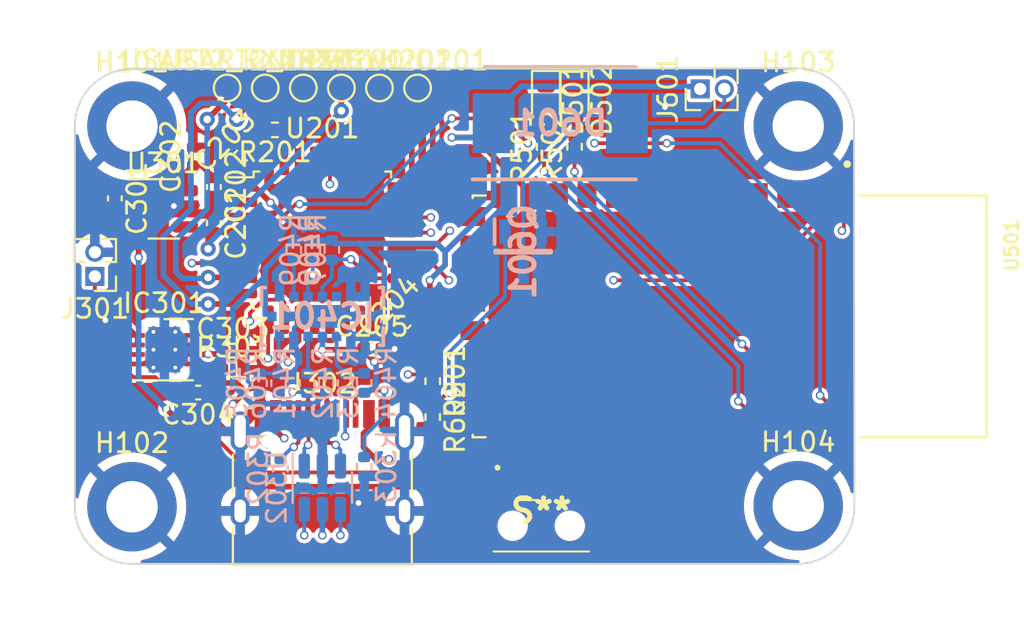
<source format=kicad_pcb>
(kicad_pcb (version 20221018) (generator pcbnew)
  (layers (0 "F.Cu" signal) (1 "In1.Cu" signal) (2 "In2.Cu" signal) (31 "B.Cu" signal) (34 "B.Paste" user) (35 "F.Paste" user) (36 "B.SilkS" user "B.Silkscreen") (37 "F.SilkS" user "F.Silkscreen") (38 "B.Mask" user) (39 "F.Mask" user) (44 "Edge.Cuts" user))
  (net 0 "")
  (net 1 "GND")
  (net 2 "Net-(U201-PG10)")
  (net 3 "+3.3V")
  (net 4 "+5V")
  (net 5 "+BATT")
  (net 6 "Net-(D501-A)")
  (net 7 "Net-(D502-A)")
  (net 8 "Net-(D601-A)")
  (net 9 "/POWER/BAT")
  (net 11 "Net-(IC301-PROG)")
  (net 14 "Net-(IC401-I2C_RST_1)")
  (net 15 "Net-(IC401-INT)")
  (net 16 "Net-(IC401-LPN)")
  (net 18 "Net-(IC401-RSVD6)")
  (net 19 "/SENSORS/I2C3_SDA")
  (net 20 "/SENSORS/I2C3_SCL")
  (net 22 "Net-(J302-CC1)")
  (net 23 "Net-(J302-D+-PadA6)")
  (net 24 "Net-(J302-D--PadA7)")
  (net 26 "Net-(J302-CC2)")
  (net 28 "Net-(Q601-G)")
  (net 29 "Net-(U201-PB8)")
  (net 30 "/SENSORS/TOF_INT")
  (net 31 "/SENSORS/TOF_LPn")
  (net 32 "/SENSORS/TOF_I2C_RST")
  (net 33 "/BLUETOOTH/LED_1")
  (net 34 "/BLUETOOTH/LED_2")
  (net 35 "/MOTOR/PWM")
  (net 36 "Net-(U201-PA14)")
  (net 37 "Net-(U201-PA13)")
  (net 40 "/BLUETOOTH/KEY")
  (net 41 "Net-(U201-PA2)")
  (net 42 "Net-(U201-PA3)")
  (net 45 "/BLUETOOTH/USART1_RX")
  (net 46 "/BLUETOOTH/USART1_TX")
  (net 47 "/POWER/USB_DM")
  (net 48 "/POWER/USB_DP")
  (footprint "TestPoint:TestPoint_Pad_D1.0mm" (layer "F.Cu") (at 65 48)
    (fp_text reference "SWDIO201")
    (fp_text value "TestPoint")
  )
  (footprint "Capacitor_SMD:C_0402_1005Metric" (layer "F.Cu") (at 62.6 61.7)
    (fp_text reference "C205")
    (fp_text value "100n")
  )
  (footprint "Connector_USB:USB_C_Receptacle_HRO_TYPE-C-31-M-12" (layer "F.Cu") (at 60 69.17)
    (fp_text reference "J302")
    (fp_text value "USB_C_Receptacle_USB2.0")
  )
  (footprint "Connector_PinHeader_1.27mm:PinHeader_1x02_P1.27mm_Vertical" (layer "F.Cu") (at 48.05 57.9 180)
    (fp_text reference "J301")
    (fp_text value "BATT")
  )
  (footprint "Capacitor_SMD:C_0402_1005Metric" (layer "F.Cu") (at 53.2 51.6 90)
    (fp_text reference "C302")
    (fp_text value "1u")
  )
  (footprint "Package_TO_SOT_SMD:SOT-23-5" (layer "F.Cu") (at 51.6625 54.35)
    (fp_text reference "U301")
    (fp_text value "BU33SD5WG-TR")
  )
  (footprint "Resistor_SMD:R_0402_1005Metric" (layer "F.Cu") (at 55.3 62.8)
    (fp_text reference "R301")
    (fp_text value "1.65k")
  )
  (footprint "TestPoint:TestPoint_Pad_D1.0mm" (layer "F.Cu") (at 59 48)
    (fp_text reference "GND201")
    (fp_text value "TestPoint")
  )
  (footprint "mod:XCVR_HC-05" (layer "F.Cu") (at 81.075 60 -90)
    (fp_text reference "U501")
    (fp_text value "HC-05")
  )
  (footprint "TestPoint:TestPoint_Pad_D1.0mm" (layer "F.Cu") (at 57 48)
    (fp_text reference "USART2_TX201")
    (fp_text value "TestPoint")
  )
  (footprint "MountingHole:MountingHole_2.7mm_M2.5_DIN965_Pad" (layer "F.Cu") (at 50 50)
    (fp_text reference "H101")
    (fp_text value "MountingHole_Pad")
  )
  (footprint "Connector_PinHeader_1.27mm:PinHeader_1x02_P1.27mm_Vertical" (layer "F.Cu") (at 79.85 48.05 90)
    (fp_text reference "J601")
    (fp_text value "Conn_01x02")
  )
  (footprint "Capacitor_SMD:C_0402_1005Metric" (layer "F.Cu") (at 54.3 53.2 -90)
    (fp_text reference "C202")
    (fp_text value "4.7u")
  )
  (footprint "Resistor_SMD:R_0402_1005Metric" (layer "F.Cu") (at 65.8 63.4 -90)
    (fp_text reference "R601")
    (fp_text value "22")
  )
  (footprint "Resistor_SMD:R_0402_1005Metric" (layer "F.Cu") (at 73.25 51.0875 90)
    (fp_text reference "R502")
    (fp_text value "820")
  )
  (footprint "mod:450404015514" (layer "F.Cu") (at 71.5 71 180)
    (fp_text reference "S**")
    (fp_text value "450404015514" hide)
  )
  (footprint "Capacitor_SMD:C_0402_1005Metric" (layer "F.Cu") (at 64.3 60.3 45)
    (fp_text reference "C204")
    (fp_text value "100n")
  )
  (footprint "MountingHole:MountingHole_2.7mm_M2.5_DIN965_Pad" (layer "F.Cu") (at 85 69.95)
    (fp_text reference "H104")
    (fp_text value "MountingHole_Pad")
  )
  (footprint "LED_SMD:LED_0603_1608Metric" (layer "F.Cu") (at 71.75 48.5875 -90)
    (fp_text reference "D501")
    (fp_text value "LED")
  )
  (footprint "Package_QFP:LQFP-32_7x7mm_P0.8mm" (layer "F.Cu") (at 60 56)
    (fp_text reference "U201")
    (fp_text value "STM32G431KBTx")
  )
  (footprint "Capacitor_SMD:C_0402_1005Metric" (layer "F.Cu") (at 53.48 64 180)
    (fp_text reference "C304")
    (fp_text value "220n")
  )
  (footprint "TestPoint:TestPoint_Pad_D1.0mm" (layer "F.Cu") (at 63 48)
    (fp_text reference "SWCLK201")
    (fp_text value "TestPoint")
  )
  (footprint "Resistor_SMD:R_0402_1005Metric" (layer "F.Cu") (at 65.8 65.29 -90)
    (fp_text reference "R602")
    (fp_text value "10k")
  )
  (footprint "Package_DFN_QFN:DFN-8-1EP_3x3mm_P0.5mm_EP1.65x2.38mm_ThermalVias" (layer "F.Cu") (at 51.7 61.75)
    (fp_text reference "IC301")
    (fp_text value "LTC4058EDD-4.2#PBF")
  )
  (footprint "Resistor_SMD:R_0402_1005Metric" (layer "F.Cu") (at 71.65 51.0875 90)
    (fp_text reference "R501")
    (fp_text value "820")
  )
  (footprint "Capacitor_SMD:C_0402_1005Metric" (layer "F.Cu") (at 55.3 61.8)
    (fp_text reference "C303")
    (fp_text value "1u")
  )
  (footprint "Capacitor_SMD:C_0402_1005Metric" (layer "F.Cu") (at 55.7 51.62 45)
    (fp_text reference "C203")
    (fp_text value "100n")
  )
  (footprint "Capacitor_SMD:C_0402_1005Metric" (layer "F.Cu") (at 49.1 53.8 -90)
    (fp_text reference "C301")
    (fp_text value "1u")
  )
  (footprint "Capacitor_SMD:C_0402_1005Metric" (layer "F.Cu") (at 54.3 55.1 -90)
    (fp_text reference "C201")
    (fp_text value "100n")
  )
  (footprint "LED_SMD:LED_0603_1608Metric" (layer "F.Cu") (at 73.25 48.5875 -90)
    (fp_text reference "D502")
    (fp_text value "LED")
  )
  (footprint "MountingHole:MountingHole_2.7mm_M2.5_DIN965_Pad" (layer "F.Cu") (at 50 70)
    (fp_text reference "H102")
    (fp_text value "MountingHole_Pad")
  )
  (footprint "TestPoint:TestPoint_Pad_D1.0mm" (layer "F.Cu") (at 55 48)
    (fp_text reference "USART2_RX201")
    (fp_text value "TestPoint")
  )
  (footprint "Resistor_SMD:R_0402_1005Metric" (layer "F.Cu") (at 57.51 50.2 180)
    (fp_text reference "R201")
    (fp_text value "10k")
  )
  (footprint "TestPoint:TestPoint_Pad_D1.0mm" (layer "F.Cu") (at 61 48)
    (fp_text reference "NRST201")
    (fp_text value "TestPoint")
  )
  (footprint "MountingHole:MountingHole_2.7mm_M2.5_DIN965_Pad" (layer "F.Cu") (at 85 50)
    (fp_text reference "H103")
    (fp_text value "MountingHole_Pad")
  )
  (footprint "Resistor_SMD:R_0402_1005Metric" (layer "B.Cu") (at 60.5 56.51 -90)
    (fp_text reference "R408")
    (fp_text value "10k")
  )
  (footprint "Resistor_SMD:R_0402_1005Metric" (layer "B.Cu") (at 59.5 56.5 -90)
    (fp_text reference "R409")
    (fp_text value "10k")
  )
  (footprint "Resistor_SMD:R_0402_1005Metric" (layer "B.Cu") (at 62.2 63.5 90)
    (fp_text reference "R404")
    (fp_text value "47k")
  )
  (footprint "Resistor_SMD:R_0402_1005Metric" (layer "B.Cu") (at 61.2 63.5 -90)
    (fp_text reference "R402")
    (fp_text value "1k")
  )
  (footprint "Resistor_SMD:R_0402_1005Metric" (layer "B.Cu") (at 57.8 68 -90)
    (fp_text reference "R302")
    (fp_text value "5.1k")
  )
  (footprint "Resistor_SMD:R_0402_1005Metric" (layer "B.Cu") (at 56.7 63.51 -90)
    (fp_text reference "R405")
    (fp_text value "1k")
  )
  (footprint "Resistor_SMD:R_0402_1005Metric" (layer "B.Cu") (at 57.7 63.51 -90)
    (fp_text reference "R406")
    (fp_text value "47k")
  )
  (footprint "mod:DIOM7959X262N" (layer "B.Cu") (at 72.5 49.85)
    (fp_text reference "D601")
    (fp_text value "VS-30BQ015HM3_9AT" hide)
  )
  (footprint "Resistor_SMD:R_0402_1005Metric" (layer "B.Cu") (at 58.5 56.5 90)
    (fp_text reference "R407")
    (fp_text value "47k")
  )
  (footprint "Resistor_SMD:R_0402_1005Metric" (layer "B.Cu") (at 62.2 67.9 90)
    (fp_text reference "R303")
    (fp_text value "5.1k")
  )
  (footprint "mod:SOT95P237X112-3N" (layer "B.Cu") (at 70.55 56.6 -90)
    (fp_text reference "Q601")
    (fp_text value "SQ2310ES-T1" hide)
  )
  (footprint "mod:VL53L5CX" (layer "B.Cu") (at 60 60 180)
    (fp_text reference "IC401")
    (fp_text value "VL53L5CX" hide)
  )
  (footprint "Package_TO_SOT_SMD:SOT-23-6" (layer "B.Cu") (at 60 69 -90)
    (fp_text reference "U302")
    (fp_text value "WE-TVS-82400102")
  )
  (footprint "Resistor_SMD:R_0402_1005Metric" (layer "B.Cu") (at 59.2 63.51 -90)
    (fp_text reference "R401")
    (fp_text value "1k")
  )
  (footprint "Resistor_SMD:R_0402_1005Metric" (layer "B.Cu") (at 60.2 63.49 90)
    (fp_text reference "R403")
    (fp_text value "47k")
  )
  (gr_arc (start 50 73) (mid 47.87868 72.12132) (end 47 70) (stroke (width 0.1)) (layer "Edge.Cuts"))
  (gr_arc (start 47 50) (mid 47.87868 47.87868) (end 50 47) (stroke (width 0.1)) (layer "Edge.Cuts"))
  (gr_line (start 87.931725 49.978673) (end 87.95 70) (stroke (width 0.1)) (layer "Edge.Cuts"))
  (gr_arc (start 87.95 70) (mid 87.07132 72.12132) (end 84.95 73) (stroke (width 0.1)) (layer "Edge.Cuts"))
  (gr_arc (start 84.921327 46.968275) (mid 87.05 47.85) (end 87.931725 49.978673) (stroke (width 0.1)) (layer "Edge.Cuts"))
  (gr_line (start 50 47) (end 84.921327 46.968275) (stroke (width 0.1)) (layer "Edge.Cuts"))
  (gr_line (start 47 70) (end 47 50) (stroke (width 0.1)) (layer "Edge.Cuts"))
  (gr_line (start 84.95 73) (end 50 73) (stroke (width 0.1)) (layer "Edge.Cuts"))
  (segment (start 56.595 65.125) (end 55.68 66.04) (width 0.2) (layer "F.Cu") (net 1))
  (segment (start 53 64) (end 55.04 66.04) (width 0.2) (layer "F.Cu") (net 1))
  (segment (start 56.75 65.125) (end 56.595 65.125) (width 0.2) (layer "F.Cu") (net 1))
  (segment (start 55.04 66.04) (end 55.68 66.04) (width 0.2) (layer "F.Cu") (net 1))
  (via (at 63.8 61.7) (size 0.45) (drill 0.3) (layers "F.Cu" "B.Cu") (net 1))
  (via (at 52.2 54.2) (size 0.45) (drill 0.3) (layers "F.Cu" "B.Cu") (net 1))
  (via (at 48.6 60.2) (size 0.45) (drill 0.3) (layers "F.Cu" "B.Cu") (net 1))
  (via (at 78 49) (size 0.45) (drill 0.3) (layers "F.Cu" "B.Cu") (net 1))
  (via (at 61.9 69.8) (size 0.45) (drill 0.3) (layers "F.Cu" "B.Cu") (net 1))
  (segment (start 58.675 62.625) (end 58.675 61.675) (width 0.2) (layer "B.Cu") (net 1))
  (segment (start 57.7 64.02) (end 58.27 63.45) (width 0.2) (layer "B.Cu") (net 1))
  (segment (start 58.27 63.03) (end 58.675 62.625) (width 0.2) (layer "B.Cu") (net 1))
  (segment (start 60.7 60) (end 61.5 60.8) (width 0.2) (layer "B.Cu") (net 1))
  (segment (start 60.9 60) (end 60 60) (width 0.2) (layer "B.Cu") (net 1))
  (segment (start 61.5 59.4) (end 60.9 60) (width 0.2) (layer "B.Cu") (net 1))
  (segment (start 59.1 60) (end 60 60) (width 0.2) (layer "B.Cu") (net 1))
  (segment (start 61.5 60.8) (end 61.5 61.05) (width 0.2) (layer "B.Cu") (net 1))
  (segment (start 58.5 61.05) (end 58.5 60.6) (width 0.2) (layer "B.Cu") (net 1))
  (segment (start 58.675 61.675) (end 58.5 61.5) (width 0.2) (layer "B.Cu") (net 1))
  (segment (start 60 60) (end 60.7 60) (width 0.2) (layer "B.Cu") (net 1))
  (segment (start 58.5 61.5) (end 58.5 61.05) (width 0.2) (layer "B.Cu") (net 1))
  (segment (start 58.5 60.6) (end 59.1 60) (width 0.2) (layer "B.Cu") (net 1))
  (segment (start 58.27 63.45) (end 58.27 63.03) (width 0.2) (layer "B.Cu") (net 1))
  (segment (start 61.5 58.95) (end 61.5 59.4) (width 0.2) (layer "B.Cu") (net 1))
  (segment (start 54 55.88) (end 54.3 55.58) (width 0.3) (layer "F.Cu") (net 2))
  (segment (start 54 56.45) (end 54 55.88) (width 0.3) (layer "F.Cu") (net 2))
  (segment (start 55.805 55.58) (end 55.825 55.6) (width 0.3) (layer "F.Cu") (net 2))
  (segment (start 54.3 55.58) (end 55.805 55.58) (width 0.3) (layer "F.Cu") (net 2))
  (segment (start 61 48) (end 61 49.2) (width 0.3) (layer "F.Cu") (net 2))
  (via (at 54 56.45) (size 0.8) (drill 0.4) (layers "F.Cu" "B.Cu") (net 2))
  (via (at 61 49.2) (size 0.8) (drill 0.4) (layers "F.Cu" "B.Cu") (net 2))
  (segment (start 61 49.2) (end 54 56.2) (width 0.3) (layer "B.Cu") (net 2))
  (segment (start 54 56.2) (end 54 56.45) (width 0.3) (layer "B.Cu") (net 2))
  (segment (start 62.12 60.295) (end 62 60.175) (width 0.3) (layer "F.Cu") (net 3))
  (segment (start 57.273376 54.026624) (end 56.446751 53.2) (width 0.3) (layer "F.Cu") (net 3))
  (segment (start 64.175 58.8) (end 65.35 58.8) (width 0.3) (layer "F.Cu") (net 3))
  (segment (start 62.737035 62.36) (end 62.723975 62.37306) (width 0.3) (layer "F.Cu") (net 3))
  (segment (start 55.825 53.2) (end 55.825 52.423822) (width 0.3) (layer "F.Cu") (net 3))
  (segment (start 53.2 52.08) (end 53.66 52.08) (width 0.3) (layer "F.Cu") (net 3))
  (segment (start 52.8 52.48) (end 53.2 52.08) (width 0.3) (layer "F.Cu") (net 3))
  (segment (start 62.723975 62.37306) (end 62.723975 62.39153) (width 0.3) (layer "F.Cu") (net 3))
  (segment (start 56.446751 53.2) (end 55.825 53.2) (width 0.3) (layer "F.Cu") (net 3))
  (segment (start 65.6495 58.5005) (end 65.6495 58.1) (width 0.3) (layer "F.Cu") (net 3))
  (segment (start 54.6 52.72) (end 55.360589 51.959411) (width 0.3) (layer "F.Cu") (net 3))
  (segment (start 70.9 53.5) (end 68 50.6) (width 0.3) (layer "F.Cu") (net 3))
  (segment (start 62.737035 62.36) (end 64.44 62.36) (width 0.3) (layer "F.Cu") (net 3))
  (segment (start 70.9 53.65) (end 70.9 53.5) (width 0.3) (layer "F.Cu") (net 3))
  (segment (start 63.960589 60.639411) (end 64.771178 61.45) (width 0.3) (layer "F.Cu") (net 3))
  (segment (start 60 61.75) (end 62.07 61.75) (width 0.3) (layer "F.Cu") (net 3))
  (segment (start 52.8 53.4) (end 52.8 52.48) (width 0.3) (layer "F.Cu") (net 3))
  (segment (start 65.35 58.8) (end 65.6495 58.5005) (width 0.3) (layer "F.Cu") (net 3))
  (segment (start 54.3 52.72) (end 54.6 52.72) (width 0.3) (layer "F.Cu") (net 3))
  (segment (start 62.07 61.75) (end 62.12 61.7) (width 0.3) (layer "F.Cu") (net 3))
  (segment (start 68 50.6) (end 66.8 50.6) (width 0.3) (layer "F.Cu") (net 3))
  (segment (start 64.44 62.36) (end 65.35 61.45) (width 0.3) (layer "F.Cu") (net 3))
  (segment (start 53.66 52.08) (end 54.3 52.72) (width 0.3) (layer "F.Cu") (net 3))
  (segment (start 62.12 61.7) (end 62.12 61.742965) (width 0.3) (layer "F.Cu") (net 3))
  (segment (start 65.35 61.45) (end 65.35 58.8) (width 0.3) (layer "F.Cu") (net 3))
  (segment (start 62.12 61.742965) (end 62.737035 62.36) (width 0.3) (layer "F.Cu") (net 3))
  (segment (start 64.771178 61.45) (end 65.35 61.45) (width 0.3) (layer "F.Cu") (net 3))
  (segment (start 62.12 61.7) (end 62.12 60.295) (width 0.3) (layer "F.Cu") (net 3))
  (segment (start 55.825 52.423822) (end 55.360589 51.959411) (width 0.3) (layer "F.Cu") (net 3))
  (via (at 65.6495 58.1) (size 0.45) (drill 0.3) (layers "F.Cu" "B.Cu") (net 3))
  (via (at 60 61.75) (size 0.45) (drill 0.3) (layers "F.Cu" "B.Cu") (net 3))
  (via (at 57.273376 54.026624) (size 0.45) (drill 0.3) (layers "F.Cu" "B.Cu") (net 3))
  (via (at 66.8 50.6) (size 0.45) (drill 0.3) (layers "F.Cu" "B.Cu") (net 3))
  (via (at 62.723975 62.39153) (size 0.45) (drill 0.3) (layers "F.Cu" "B.Cu") (net 3))
  (segment (start 57 59.9) (end 57.25 59.9) (width 0.3) (layer "B.Cu") (net 3))
  (segment (start 62.82 62.487555) (end 62.723975 62.39153) (width 0.3) (layer "B.Cu") (net 3))
  (segment (start 58.5 55.99) (end 57 57.49) (width 0.3) (layer "B.Cu") (net 3))
  (segment (start 66.45 57.2995) (end 66.45 56.6) (width 0.3) (layer "B.Cu") (net 3))
  (segment (start 60.675 56.175) (end 61.95 56.175) (width 0.3) (layer "B.Cu") (net 3))
  (segment (start 69 54.05) (end 66.45 56.6) (width 0.3) (layer "B.Cu") (net 3))
  (segment (start 63.25 59.8) (end 63.25 57.475) (width 0.3) (layer "B.Cu") (net 3))
  (segment (start 56.29 64.59) (end 55.3 63.6) (width 0.3) (layer "B.Cu") (net 3))
  (segment (start 79.725 47.925) (end 79.85 48.05) (width 0.3) (layer "B.Cu") (net 3))
  (segment (start 62.397537 64.01) (end 62.82 63.587537) (width 0.3) (layer "B.Cu") (net 3))
  (segment (start 57 57.49) (end 57 59.9) (width 0.3) (layer "B.Cu") (net 3))
  (segment (start 59.61 64.59) (end 56.29 64.59) (width 0.3) (layer "B.Cu") (net 3))
  (segment (start 62.82 63.587537) (end 62.82 62.487555) (width 0.3) (layer "B.Cu") (net 3))
  (segment (start 69 49.375) (end 70.45 47.925) (width 0.3) (layer "B.Cu") (net 3))
  (segment (start 60.5 56) (end 60.675 56.175) (width 0.3) (layer "B.Cu") (net 3))
  (segment (start 58.5 55.99) (end 59.5 55.99) (width 0.3) (layer "B.Cu") (net 3))
  (segment (start 63.25 57.475) (end 61.95 56.175) (width 0.3) (layer "B.Cu") (net 3))
  (segment (start 57.25 59.9) (end 57.35 60) (width 0.3) (layer "B.Cu") (net 3))
  (segment (start 59.51 56) (end 59.5 55.99) (width 0.5) (layer "B.Cu") (net 3))
  (segment (start 62.65 60) (end 62.85 59.8) (width 0.3) (layer "B.Cu") (net 3))
  (segment (start 60.2 64) (end 60.2 64.03) (width 0.3) (layer "B.Cu") (net 3))
  (segment (start 61.95 56.175) (end 66.025 56.175) (width 0.3) (layer "B.Cu") (net 3))
  (segment (start 60.49 55.99) (end 60.5 56) (width 0.3) (layer "B.Cu") (net 3))
  (segment (start 66.8 50.6) (end 68.25 50.6) (width 0.3) (layer "B.Cu") (net 3))
  (segment (start 69 49.85) (end 69 49.375) (width 0.3) (layer "B.Cu") (net 3))
  (segment (start 57.273376 54.026624) (end 58.5 55.253248) (width 0.3) (layer "B.Cu") (net 3))
  (segment (start 60 61.05) (end 60 61.75) (width 0.3) (layer "B.Cu") (net 3))
  (segment (start 70.45 47.925) (end 79.725 47.925) (width 0.3) (layer "B.Cu") (net 3))
  (segment (start 57 57.9) (end 57 57.49) (width 0.3) (layer "B.Cu") (net 3))
  (segment (start 55.3 63.6) (end 55.3 59.6) (width 0.3) (layer "B.Cu") (net 3))
  (segment (start 60.2 64) (end 59.61 64.59) (width 0.3) (layer "B.Cu") (net 3))
  (segment (start 58.5 55.253248) (end 58.5 55.99) (width 0.3) (layer "B.Cu") (net 3))
  (segment (start 66.025 56.175) (end 66.45 56.6) (width 0.3) (layer "B.Cu") (net 3))
  (segment (start 59.5 55.99) (end 60.49 55.99) (width 0.3) (layer "B.Cu") (net 3))
  (segment (start 62.2 64.01) (end 62.397537 64.01) (width 0.3) (layer "B.Cu") (net 3))
  (segment (start 60.2 64.03) (end 60.15 64.08) (width 0.3) (layer "B.Cu") (net 3))
  (segment (start 55.3 59.6) (end 57 57.9) (width 0.3) (layer "B.Cu") (net 3))
  (segment (start 68.25 50.6) (end 69 49.85) (width 0.3) (layer "B.Cu") (net 3))
  (segment (start 65.6495 58.1) (end 66.45 57.2995) (width 0.3) (layer "B.Cu") (net 3))
  (segment (start 62.85 59.8) (end 63.25 59.8) (width 0.3) (layer "B.Cu") (net 3))
  (segment (start 69 49.85) (end 69 54.05) (width 0.3) (layer "B.Cu") (net 3))
  (segment (start 55.5 63.5) (end 54.46 63.5) (width 0.3) (layer "F.Cu") (net 4))
  (segment (start 57.55 65.984695) (end 57.965305 66.4) (width 0.3) (layer "F.Cu") (net 4))
  (segment (start 62.45 65.863173) (end 62.165 66.148173) (width 0.3) (layer "F.Cu") (net 4))
  (segment (start 55.76 64.14) (end 55.76 63.76) (width 0.3) (layer "F.Cu") (net 4))
  (segment (start 54.46 63.5) (end 53.96 64) (width 0.3) (layer "F.Cu") (net 4))
  (segment (start 53.15 62) (end 53.9755 62) (width 0.3) (layer "F.Cu") (net 4))
  (segment (start 57.965305 66.4) (end 58 66.4) (width 0.3) (layer "F.Cu") (net 4))
  (segment (start 62.165 66.148173) (end 62.165 66.870305) (width 0.3) (layer "F.Cu") (net 4))
  (segment (start 62.165 66.870305) (end 62.794695 67.5) (width 0.3) (layer "F.Cu") (net 4))
  (segment (start 62.45 65.125) (end 62.45 65.863173) (width 0.3) (layer "F.Cu") (net 4))
  (segment (start 55.76 63.76) (end 55.5 63.5) (width 0.3) (layer "F.Cu") (net 4))
  (segment (start 53.9755 62) (end 54 61.9755) (width 0.3) (layer "F.Cu") (net 4))
  (segment (start 55.76 64.14) (end 55.3 64.6) (width 0.3) (layer "F.Cu") (net 4))
  (segment (start 62.794695 67.5) (end 63.5 67.5) (width 0.3) (layer "F.Cu") (net 4))
  (segment (start 54.6445 61.9755) (end 54.82 61.8) (width 0.3) (layer "F.Cu") (net 4))
  (segment (start 57.55 65.125) (end 57.55 65.984695) (width 0.3) (layer "F.Cu") (net 4))
  (segment (start 54 61.9755) (end 54.6445 61.9755) (width 0.3) (layer "F.Cu") (net 4))
  (via (at 60 71.5) (size 0.45) (drill 0.3) (layers "F.Cu" "B.Cu") (net 4))
  (via (at 55.3 64.6) (size 0.45) (drill 0.3) (layers "F.Cu" "B.Cu") (net 4))
  (via (at 63.5 67.5) (size 0.45) (drill 0.3) (layers "F.Cu" "B.Cu") (net 4))
  (via (at 54 61.9755) (size 0.45) (drill 0.3) (layers "F.Cu" "B.Cu") (net 4))
  (via (at 58 66.4) (size 0.45) (drill 0.3) (layers "F.Cu" "B.Cu") (net 4))
  (segment (start 60 70.1375) (end 60 71.5) (width 0.3) (layer "B.Cu") (net 4))
  (segment (start 51.8 64.85) (end 55.9 68.95) (width 0.3) (layer "F.Cu") (net 5))
  (segment (start 51.1 53.4) (end 50.525 53.4) (width 0.3) (layer "F.Cu") (net 5))
  (segment (start 49.1 53.32) (end 50.445 53.32) (width 0.3) (layer "F.Cu") (net 5))
  (segment (start 50.35 56.9) (end 50.35 55.475) (width 0.3) (layer "F.Cu") (net 5))
  (segment (start 50.525 55.3) (end 50.944607 55.3) (width 0.3) (layer "F.Cu") (net 5))
  (segment (start 50.35 55.475) (end 50.525 55.3) (width 0.3) (layer "F.Cu") (net 5))
  (segment (start 51.5375 53.8375) (end 51.1 53.4) (width 0.3) (layer "F.Cu") (net 5))
  (segment (start 51.5375 54.707107) (end 51.5375 53.8375) (width 0.3) (layer "F.Cu") (net 5))
  (segment (start 50.944607 55.3) (end 51.5375 54.707107) (width 0.3) (layer "F.Cu") (net 5))
  (segment (start 55.9 68.95) (end 69.25 68.95) (width 0.3) (layer "F.Cu") (net 5))
  (segment (start 50.445 53.32) (end 50.525 53.4) (width 0.3) (layer "F.Cu") (net 5))
  (via (at 51.8 64.85) (size 0.45) (drill 0.3) (layers "F.Cu" "B.Cu") (net 5))
  (via (at 50.35 56.9) (size 0.45) (drill 0.3) (layers "F.Cu" "B.Cu") (net 5))
  (segment (start 50.35 63.4) (end 51.8 64.85) (width 0.3) (layer "B.Cu") (net 5))
  (segment (start 50.35 56.9) (end 50.35 63.4) (width 0.3) (layer "B.Cu") (net 5))
  (segment (start 71.65 49.475) (end 71.75 49.375) (width 0.3) (layer "F.Cu") (net 6))
  (segment (start 71.65 50.5775) (end 71.65 49.475) (width 0.3) (layer "F.Cu") (net 6))
  (segment (start 73.25 50.5775) (end 73.25 49.375) (width 0.3) (layer "F.Cu") (net 7))
  (segment (start 80.027106 49.85) (end 81.12 48.757106) (width 0.2) (layer "B.Cu") (net 8))
  (segment (start 70.55 57.65) (end 70.55 52.828248) (width 0.2) (layer "B.Cu") (net 8))
  (segment (start 73.528248 49.85) (end 76 49.85) (width 0.2) (layer "B.Cu") (net 8))
  (segment (start 76 49.85) (end 80.027106 49.85) (width 0.2) (layer "B.Cu") (net 8))
  (segment (start 70.55 52.828248) (end 73.528248 49.85) (width 0.2) (layer "B.Cu") (net 8))
  (segment (start 76 49.85) (end 76 49.871752) (width 0.2) (layer "B.Cu") (net 8))
  (segment (start 81.12 48.757106) (end 81.12 48.05) (width 0.2) (layer "B.Cu") (net 8))
  (segment (start 48.05 58.8) (end 50.25 61) (width 0.2) (layer "F.Cu") (net 9))
  (segment (start 48.05 57.9) (end 48.05 58.8) (width 0.2) (layer "F.Cu") (net 9))
  (segment (start 50.073058 63.19) (end 51.21934 63.19) (width 0.2) (layer "F.Cu") (net 9))
  (segment (start 48.05 61.166942) (end 50.073058 63.19) (width 0.2) (layer "F.Cu") (net 9))
  (segment (start 71.5 68.2) (end 72.25 68.95) (width 0.2) (layer "F.Cu") (net 9))
  (segment (start 48.05 58.8) (end 48.05 61.166942) (width 0.2) (layer "F.Cu") (net 9))
  (segment (start 56.22934 68.2) (end 71.5 68.2) (width 0.2) (layer "F.Cu") (net 9))
  (segment (start 50.25 61) (end 50.25 61.5) (width 0.2) (layer "F.Cu") (net 9))
  (segment (start 51.21934 63.19) (end 56.22934 68.2) (width 0.2) (layer "F.Cu") (net 9))
  (segment (start 54.79 62.71) (end 54.8 62.7) (width 0.3) (layer "F.Cu") (net 11))
  (segment (start 53.15 62.5) (end 54.49 62.5) (width 0.2) (layer "F.Cu") (net 11))
  (segment (start 54.49 62.5) (end 54.79 62.8) (width 0.2) (layer "F.Cu") (net 11))
  (segment (start 54.79 62.8) (end 54.79 62.71) (width 0.3) (layer "F.Cu") (net 11))
  (segment (start 56.7 63) (end 57.7 63) (width 0.2) (layer "B.Cu") (net 14))
  (segment (start 57.7 61.1) (end 57.75 61.1) (width 0.2) (layer "B.Cu") (net 14))
  (segment (start 57.7 63) (end 57.7 61.1) (width 0.2) (layer "B.Cu") (net 14))
  (segment (start 59.25 61.05) (end 59.25 62.95) (width 0.2) (layer "B.Cu") (net 15))
  (segment (start 59.22 62.98) (end 59.2 63) (width 0.2) (layer "B.Cu") (net 15))
  (segment (start 59.25 62.95) (end 59.2 63) (width 0.2) (layer "B.Cu") (net 15))
  (segment (start 60.2 62.98) (end 59.22 62.98) (width 0.2) (layer "B.Cu") (net 15))
  (segment (start 60.75 62.54) (end 60.75 61.05) (width 0.2) (layer "B.Cu") (net 16))
  (segment (start 62.2 62.99) (end 61.2 62.99) (width 0.2) (layer "B.Cu") (net 16))
  (segment (start 61.2 62.99) (end 60.75 62.54) (width 0.2) (layer "B.Cu") (net 16))
  (segment (start 58.5 58.95) (end 58.5 57.01) (width 0.2) (layer "B.Cu") (net 18))
  (segment (start 60.4 51.825) (end 60.4 53.05) (width 0.2) (layer "F.Cu") (net 19))
  (via (at 60.4 53.05) (size 0.45) (drill 0.3) (layers "F.Cu" "B.Cu") (net 19))
  (via (at 59.5 57.85) (size 0.45) (drill 0.3) (layers "F.Cu" "B.Cu") (net 19))
  (segment (start 59.5 57.85) (end 59.25 58.1) (width 0.2) (layer "B.Cu") (net 19))
  (segment (start 59.25 58.1) (end 59.25 58.95) (width 0.2) (layer "B.Cu") (net 19))
  (segment (start 59.5 57.01) (end 59.5 57.85) (width 0.2) (layer "B.Cu") (net 19))
  (segment (start 64.175 58) (end 62.5 58) (width 0.2) (layer "F.Cu") (net 20))
  (segment (start 62.5 58) (end 61.5 57) (width 0.2) (layer "F.Cu") (net 20))
  (via (at 61.5 57) (size 0.45) (drill 0.3) (layers "F.Cu" "B.Cu") (net 20))
  (segment (start 60.52 57) (end 60.5 57.02) (width 0.2) (layer "B.Cu") (net 20))
  (segment (start 60 58.45) (end 60 58.95) (width 0.2) (layer "B.Cu") (net 20))
  (segment (start 60.5 57.95) (end 60 58.45) (width 0.2) (layer "B.Cu") (net 20))
  (segment (start 61.5 57) (end 60.52 57) (width 0.2) (layer "B.Cu") (net 20))
  (segment (start 60.5 57.02) (end 60.5 57.95) (width 0.2) (layer "B.Cu") (net 20))
  (segment (start 58.75 66.61282) (end 58.500422 66.862398) (width 0.2) (layer "F.Cu") (net 22))
  (segment (start 58.75 65.125) (end 58.75 66.61282) (width 0.2) (layer "F.Cu") (net 22))
  (via (at 58.500422 66.862398) (size 0.45) (drill 0.3) (layers "F.Cu" "B.Cu") (net 22))
  (segment (start 58.500422 66.862398) (end 58.427602 66.862398) (width 0.2) (layer "B.Cu") (net 22))
  (segment (start 58.427602 66.862398) (end 57.8 67.49) (width 0.2) (layer "B.Cu") (net 22))
  (segment (start 60.75 65.125) (end 60.75 65.95) (width 0.2) (layer "F.Cu") (net 23))
  (segment (start 59.75 66.1) (end 59.75 65.125) (width 0.2) (layer "F.Cu") (net 23))
  (segment (start 60.3 66.65) (end 59.75 66.1) (width 0.2) (layer "F.Cu") (net 23))
  (segment (start 60.7 66.75) (end 60.6 66.65) (width 0.2) (layer "F.Cu") (net 23))
  (segment (start 60.3 66.4) (end 60.3 66.65) (width 0.2) (layer "F.Cu") (net 23))
  (segment (start 60.75 65.95) (end 60.3 66.4) (width 0.2) (layer "F.Cu") (net 23))
  (segment (start 60.6 66.65) (end 60.3 66.65) (width 0.2) (layer "F.Cu") (net 23))
  (via (at 60.7 66.75) (size 0.45) (drill 0.3) (layers "F.Cu" "B.Cu") (net 23))
  (segment (start 60.95 67.8625) (end 60.95 67) (width 0.2) (layer "B.Cu") (net 23))
  (segment (start 60.95 67) (end 60.7 66.75) (width 0.2) (layer "B.Cu") (net 23))
  (segment (start 59.3 64.1) (end 60.2 64.1) (width 0.2) (layer "F.Cu") (net 24))
  (segment (start 60.25 64.15) (end 60.25 65.125) (width 0.2) (layer "F.Cu") (net 24))
  (segment (start 59.25 66.75) (end 59.275 66.725) (width 0.2) (layer "F.Cu") (net 24))
  (segment (start 59.275 65.15) (end 59.25 65.125) (width 0.2) (layer "F.Cu") (net 24))
  (segment (start 60.2 64.1) (end 60.25 64.15) (width 0.2) (layer "F.Cu") (net 24))
  (segment (start 59.25 64.15) (end 59.3 64.1) (width 0.2) (layer "F.Cu") (net 24))
  (segment (start 59.25 65.125) (end 59.25 64.15) (width 0.2) (layer "F.Cu") (net 24))
  (segment (start 59.275 66.725) (end 59.275 65.15) (width 0.2) (layer "F.Cu") (net 24))
  (via (at 59.25 66.75) (size 0.45) (drill 0.3) (layers "F.Cu" "B.Cu") (net 24))
  (segment (start 59.05 67.8625) (end 59.05 66.95) (width 0.2) (layer "B.Cu") (net 24))
  (segment (start 59.05 66.95) (end 59.25 66.75) (width 0.2) (layer "B.Cu") (net 24))
  (segment (start 62.05 63.9) (end 63.25 63.9) (width 0.2) (layer "F.Cu") (net 26))
  (segment (start 61.75 65.125) (end 61.75 64.2) (width 0.2) (layer "F.Cu") (net 26))
  (segment (start 61.75 64.2) (end 62.05 63.9) (width 0.2) (layer "F.Cu") (net 26))
  (via (at 63.25 63.9) (size 0.45) (drill 0.3) (layers "F.Cu" "B.Cu") (net 26))
  (segment (start 62.2 66.305406) (end 62.2 67.39) (width 0.2) (layer "B.Cu") (net 26))
  (segment (start 63.25 63.9) (end 63.25 65.255406) (width 0.2) (layer "B.Cu") (net 26))
  (segment (start 63.25 65.255406) (end 62.2 66.305406) (width 0.2) (layer "B.Cu") (net 26))
  (segment (start 66.649 64) (end 66.58 64) (width 0.2) (layer "F.Cu") (net 28))
  (segment (start 65.8 64.78) (end 65.8 63.91) (width 0.2) (layer "F.Cu") (net 28))
  (segment (start 66.58 64) (end 65.8 64.78) (width 0.2) (layer "F.Cu") (net 28))
  (via (at 66.649 64) (size 0.45) (drill 0.3) (layers "F.Cu" "B.Cu") (net 28))
  (segment (start 66.649 64) (end 66.649 61.901) (width 0.2) (layer "B.Cu") (net 28))
  (segment (start 69.6 58.95) (end 69.6 55.55) (width 0.2) (layer "B.Cu") (net 28))
  (segment (start 66.649 61.901) (end 69.6 58.95) (width 0.2) (layer "B.Cu") (net 28))
  (segment (start 58.02 51.805) (end 58 51.825) (width 0.3) (layer "F.Cu") (net 29))
  (segment (start 58.02 50.2) (end 58.02 51.805) (width 0.3) (layer "F.Cu") (net 29))
  (segment (start 55.825 57.2) (end 53.15 57.2) (width 0.2) (layer "F.Cu") (net 30))
  (via (at 53.15 57.2) (size 0.45) (drill 0.3) (layers "F.Cu" "B.Cu") (net 30))
  (via (at 58.4445 63.976989) (size 0.45) (drill 0.3) (layers "F.Cu" "B.Cu") (net 30))
  (segment (start 58.4445 63.976989) (end 59.156989 63.976989) (width 0.2) (layer "B.Cu") (net 30))
  (segment (start 59.156989 63.976989) (end 59.2 64.02) (width 0.2) (layer "B.Cu") (net 30))
  (segment (start 57.15 60.225) (end 57.2 60.175) (width 0.2) (layer "F.Cu") (net 31))
  (segment (start 57.15 62.2) (end 57.15 60.225) (width 0.2) (layer "F.Cu") (net 31))
  (via (at 61.2 66.3) (size 0.45) (drill 0.3) (layers "F.Cu" "B.Cu") (net 31))
  (via (at 57.15 62.2) (size 0.45) (drill 0.3) (layers "F.Cu" "B.Cu") (net 31))
  (segment (start 61.2 64.6) (end 61.2 66.3) (width 0.2) (layer "B.Cu") (net 31))
  (segment (start 61.2 64.01) (end 61.2 64.6) (width 0.2) (layer "B.Cu") (net 31))
  (segment (start 56.2 59.823959) (end 56.898959 59.125) (width 0.2) (layer "F.Cu") (net 32))
  (segment (start 58 59.25) (end 58 60.175) (width 0.2) (layer "F.Cu") (net 32))
  (segment (start 56.898959 59.125) (end 57.875 59.125) (width 0.2) (layer "F.Cu") (net 32))
  (segment (start 57.875 59.125) (end 58 59.25) (width 0.2) (layer "F.Cu") (net 32))
  (segment (start 56.2 60.25) (end 56.2 59.823959) (width 0.2) (layer "F.Cu") (net 32))
  (via (at 56.2 60.25) (size 0.45) (drill 0.3) (layers "F.Cu" "B.Cu") (net 32))
  (segment (start 56.7 64.02) (end 56.08 63.4) (width 0.2) (layer "B.Cu") (net 32))
  (segment (start 56.08 60.37) (end 56.2 60.25) (width 0.2) (layer "B.Cu") (net 32))
  (segment (start 56.08 63.4) (end 56.08 60.37) (width 0.2) (layer "B.Cu") (net 32))
  (segment (start 82.9 66.35) (end 82.9 65.5) (width 0.2) (layer "F.Cu") (net 33))
  (segment (start 71.65 52.4) (end 71.65 51.5975) (width 0.2) (layer "F.Cu") (net 33))
  (segment (start 82.9 65.5) (end 81.85 64.45) (width 0.2) (layer "F.Cu") (net 33))
  (via (at 71.65 52.4) (size 0.45) (drill 0.3) (layers "F.Cu" "B.Cu") (net 33))
  (via (at 81.85 64.45) (size 0.45) (drill 0.3) (layers "F.Cu" "B.Cu") (net 33))
  (segment (start 81.85 64.45) (end 81.85 62.6) (width 0.2) (layer "B.Cu") (net 33))
  (segment (start 81.85 62.6) (end 71.65 52.4) (width 0.2) (layer "B.Cu") (net 33))
  (segment (start 84.4 66.35) (end 84.4 63.8) (width 0.2) (layer "F.Cu") (net 34))
  (segment (start 84.4 63.8) (end 82.05 61.45) (width 0.2) (layer "F.Cu") (net 34))
  (segment (start 73.25 52.4) (end 73.25 51.5975) (width 0.2) (layer "F.Cu") (net 34))
  (via (at 73.25 52.4) (size 0.45) (drill 0.3) (layers "F.Cu" "B.Cu") (net 34))
  (via (at 82.05 61.45) (size 0.45) (drill 0.3) (layers "F.Cu" "B.Cu") (net 34))
  (segment (start 82.05 61.45) (end 73.25 52.65) (width 0.2) (layer "B.Cu") (net 34))
  (segment (start 73.25 52.65) (end 73.25 52.4) (width 0.2) (layer "B.Cu") (net 34))
  (segment (start 58.8 61.292463) (end 58.8 60.175) (width 0.2) (layer "F.Cu") (net 35))
  (segment (start 64.5 63.05) (end 65.64 63.05) (width 0.2) (layer "F.Cu") (net 35))
  (segment (start 65.64 63.05) (end 65.8 62.89) (width 0.2) (layer "F.Cu") (net 35))
  (segment (start 58.2 62.4) (end 58.2 61.892463) (width 0.2) (layer "F.Cu") (net 35))
  (segment (start 58.2 61.892463) (end 58.8 61.292463) (width 0.2) (layer "F.Cu") (net 35))
  (via (at 64.5 63.05) (size 0.45) (drill 0.3) (layers "F.Cu" "B.Cu") (net 35))
  (via (at 58.2 62.4) (size 0.45) (drill 0.3) (layers "F.Cu" "B.Cu") (net 35))
  (segment (start 63 48) (end 64.7 49.7) (width 0.3) (layer "F.Cu") (net 36))
  (segment (start 64.7 49.7) (end 64.7 52.675) (width 0.3) (layer "F.Cu") (net 36))
  (segment (start 64.7 52.675) (end 64.175 53.2) (width 0.3) (layer "F.Cu") (net 36))
  (segment (start 65.8 53.5) (end 65.3 54) (width 0.3) (layer "F.Cu") (net 37))
  (segment (start 65.8 48.8) (end 65.8 53.5) (width 0.3) (layer "F.Cu") (net 37))
  (segment (start 65 48) (end 65.8 48.8) (width 0.3) (layer "F.Cu") (net 37))
  (segment (start 65.3 54) (end 64.175 54) (width 0.3) (layer "F.Cu") (net 37))
  (segment (start 87.4 66.35) (end 87.4 65.4) (width 0.2) (layer "F.Cu") (net 40))
  (segment (start 56.30533 56.4) (end 58.60533 54.1) (width 0.2) (layer "F.Cu") (net 40))
  (segment (start 87.4 65.4) (end 86.15 64.15) (width 0.2) (layer "F.Cu") (net 40))
  (segment (start 70.8 50.9) (end 69.5 49.6) (width 0.2) (layer "F.Cu") (net 40))
  (segment (start 78.1 50.9) (end 74.3 50.9) (width 0.2) (layer "F.Cu") (net 40))
  (segment (start 55.825 56.4) (end 56.30533 56.4) (width 0.2) (layer "F.Cu") (net 40))
  (segment (start 69.5 49.6) (end 66.8 49.6) (width 0.2) (layer "F.Cu") (net 40))
  (segment (start 58.60533 54.1) (end 58.8 54.1) (width 0.2) (layer "F.Cu") (net 40))
  (via (at 58.8 54.1) (size 0.45) (drill 0.3) (layers "F.Cu" "B.Cu") (net 40))
  (via (at 86.15 64.15) (size 0.45) (drill 0.3) (layers "F.Cu" "B.Cu") (net 40))
  (via (at 74.3 50.9) (size 0.45) (drill 0.3) (layers "F.Cu" "B.Cu") (net 40))
  (via (at 66.8 49.6) (size 0.45) (drill 0.3) (layers "F.Cu" "B.Cu") (net 40))
  (via (at 70.8 50.9) (size 0.45) (drill 0.3) (layers "F.Cu" "B.Cu") (net 40))
  (via (at 78.1 50.9) (size 0.45) (drill 0.3) (layers "F.Cu" "B.Cu") (net 40))
  (segment (start 62.3 54.1) (end 58.8 54.1) (width 0.2) (layer "B.Cu") (net 40))
  (segment (start 86.15 64.15) (end 86.15 56.17792) (width 0.2) (layer "B.Cu") (net 40))
  (segment (start 80.87208 50.9) (end 78.1 50.9) (width 0.2) (layer "B.Cu") (net 40))
  (segment (start 66.8 49.6) (end 62.3 54.1) (width 0.2) (layer "B.Cu") (net 40))
  (segment (start 86.15 56.17792) (end 80.87208 50.9) (width 0.2) (layer "B.Cu") (net 40))
  (segment (start 55 48.6) (end 53.95 49.65) (width 0.3) (layer "F.Cu") (net 41))
  (segment (start 54 57.95) (end 55.775 57.95) (width 0.3) (layer "F.Cu") (net 41))
  (segment (start 55.775 57.95) (end 55.825 58) (width 0.3) (layer "F.Cu") (net 41))
  (segment (start 55 48) (end 55 48.6) (width 0.3) (layer "F.Cu") (net 41))
  (via (at 53.95 49.65) (size 0.8) (drill 0.4) (layers "F.Cu" "B.Cu") (net 41))
  (via (at 54 57.95) (size 0.8) (drill 0.4) (layers "F.Cu" "B.Cu") (net 41))
  (segment (start 53.95 58) (end 54 57.95) (width 0.3) (layer "B.Cu") (net 41))
  (segment (start 52.3 56) (end 52.3 57.65) (width 0.3) (layer "B.Cu") (net 41))
  (segment (start 52.65 58) (end 53.95 58) (width 0.3) (layer "B.Cu") (net 41))
  (segment (start 53.95 54.35) (end 52.3 56) (width 0.3) (layer "B.Cu") (net 41))
  (segment (start 52.3 57.65) (end 52.65 58) (width 0.3) (layer "B.Cu") (net 41))
  (segment (start 53.95 49.65) (end 53.95 54.35) (width 0.3) (layer "B.Cu") (net 41))
  (segment (start 55.5 49.5) (end 55.5 49.65) (width 0.3) (layer "F.Cu") (net 42))
  (segment (start 54 59.35) (end 55.275 59.35) (width 0.3) (layer "F.Cu") (net 42))
  (segment (start 55.275 59.35) (end 55.825 58.8) (width 0.3) (layer "F.Cu") (net 42))
  (segment (start 57 48) (end 55.5 49.5) (width 0.3) (layer "F.Cu") (net 42))
  (via (at 55.5 49.65) (size 0.8) (drill 0.4) (layers "F.Cu" "B.Cu") (net 42))
  (via (at 54 59.35) (size 0.8) (drill 0.4) (layers "F.Cu" "B.Cu") (net 42))
  (segment (start 53.597918 48.8) (end 53.1 49.297918) (width 0.3) (layer "B.Cu") (net 42))
  (segment (start 51.65 57.85) (end 53.15 59.35) (width 0.3) (layer "B.Cu") (net 42))
  (segment (start 51.65 55.801472) (end 51.65 57.85) (width 0.3) (layer "B.Cu") (net 42))
  (segment (start 53.1 54.351472) (end 51.65 55.801472) (width 0.3) (layer "B.Cu") (net 42))
  (segment (start 53.1 49.297918) (end 53.1 54.351472) (width 0.3) (layer "B.Cu") (net 42))
  (segment (start 53.15 59.35) (end 54 59.35) (width 0.3) (layer "B.Cu") (net 42))
  (segment (start 55.5 49.65) (end 54.65 48.8) (width 0.3) (layer "B.Cu") (net 42))
  (segment (start 54.65 48.8) (end 53.597918 48.8) (width 0.3) (layer "B.Cu") (net 42))
  (segment (start 85.9 55.1) (end 85.9 53.65) (width 0.2) (layer "F.Cu") (net 45))
  (segment (start 82.9 58.1) (end 85.9 55.1) (width 0.2) (layer "F.Cu") (net 45))
  (segment (start 65.749 57.2) (end 66.649 58.1) (width 0.2) (layer "F.Cu") (net 45))
  (segment (start 75.3 58.1) (end 82.9 58.1) (width 0.2) (layer "F.Cu") (net 45))
  (segment (start 64.175 57.2) (end 65.749 57.2) (width 0.2) (layer "F.Cu") (net 45))
  (via (at 75.3 58.1) (size 0.45) (drill 0.3) (layers "F.Cu" "B.Cu") (net 45))
  (via (at 66.649 58.1) (size 0.45) (drill 0.3) (layers "F.Cu" "B.Cu") (net 45))
  (segment (start 87.4 55.4) (end 87.4 53.65) (width 0.2) (layer "F.Cu") (net 46))
  (segment (start 64.175 56.4) (end 65.8 56.4) (width 0.2) (layer "F.Cu") (net 46))
  (segment (start 65.8 56.4) (end 66.7 55.5) (width 0.2) (layer "F.Cu") (net 46))
  (segment (start 87.3 55.5) (end 87.4 55.4) (width 0.2) (layer "F.Cu") (net 46))
  (via (at 87.3 55.5) (size 0.45) (drill 0.3) (layers "F.Cu" "B.Cu") (net 46))
  (via (at 66.7 55.5) (size 0.45) (drill 0.3) (layers "F.Cu" "B.Cu") (net 46))
  (segment (start 65.7 55.6) (end 64.175 55.6) (width 0.2) (layer "F.Cu") (net 47))
  (via (at 65.7 55.6) (size 0.45) (drill 0.3) (layers "F.Cu" "B.Cu") (net 47))
  (via (at 59.05 71.5) (size 0.45) (drill 0.3) (layers "F.Cu" "B.Cu") (net 47))
  (segment (start 59.05 70.1375) (end 59.05 71.5) (width 0.2) (layer "B.Cu") (net 47))
  (segment (start 65.7 54.8) (end 64.175 54.8) (width 0.2) (layer "F.Cu") (net 48))
  (via (at 65.7 54.8) (size 0.45) (drill 0.3) (layers "F.Cu" "B.Cu") (net 48))
  (via (at 60.95 71.5) (size 0.45) (drill 0.3) (layers "F.Cu" "B.Cu") (net 48))
  (segment (start 60.95 70.1375) (end 60.95 71.5) (width 0.2) (layer "B.Cu") (net 48))
  (zone (net 1) (net_name "GND") (layer "F.Cu") (connect_pads (clearance 0.2)) (min_thickness 0.2) (fill yes (thermal_gap 0.5) (thermal_bridge_width 0.5))
    (polygon (pts (xy 47 47) (xy 88 47) (xy 88 73) (xy 47 73)))
  )
  (zone (net 1) (net_name "GND") (layer "B.Cu") (priority 1) (connect_pads (clearance 0.2)) (min_thickness 0.2) (fill yes (thermal_gap 0.5) (thermal_bridge_width 0.5))
    (polygon (pts (xy 47 47) (xy 88 47) (xy 88 73) (xy 47 73)))
  )
)
</source>
